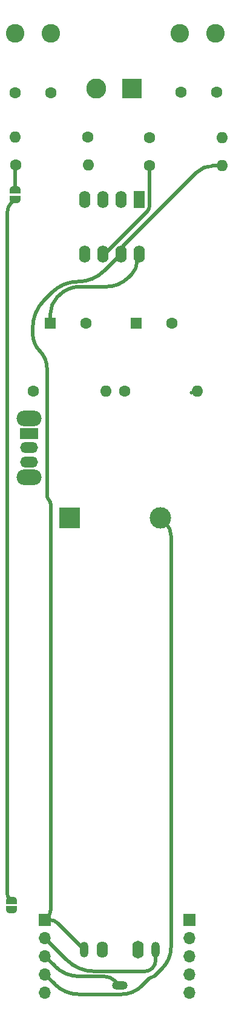
<source format=gbr>
%TF.GenerationSoftware,KiCad,Pcbnew,8.0.5*%
%TF.CreationDate,2025-02-18T01:30:18+08:00*%
%TF.ProjectId,troubleSeeker,74726f75-626c-4655-9365-656b65722e6b,rev?*%
%TF.SameCoordinates,Original*%
%TF.FileFunction,Copper,L2,Bot*%
%TF.FilePolarity,Positive*%
%FSLAX46Y46*%
G04 Gerber Fmt 4.6, Leading zero omitted, Abs format (unit mm)*
G04 Created by KiCad (PCBNEW 8.0.5) date 2025-02-18 01:30:18*
%MOMM*%
%LPD*%
G01*
G04 APERTURE LIST*
G04 Aperture macros list*
%AMFreePoly0*
4,1,19,0.500000,-0.750000,0.000000,-0.750000,0.000000,-0.744911,-0.071157,-0.744911,-0.207708,-0.704816,-0.327430,-0.627875,-0.420627,-0.520320,-0.479746,-0.390866,-0.500000,-0.250000,-0.500000,0.250000,-0.479746,0.390866,-0.420627,0.520320,-0.327430,0.627875,-0.207708,0.704816,-0.071157,0.744911,0.000000,0.744911,0.000000,0.750000,0.500000,0.750000,0.500000,-0.750000,0.500000,-0.750000,
$1*%
%AMFreePoly1*
4,1,19,0.000000,0.744911,0.071157,0.744911,0.207708,0.704816,0.327430,0.627875,0.420627,0.520320,0.479746,0.390866,0.500000,0.250000,0.500000,-0.250000,0.479746,-0.390866,0.420627,-0.520320,0.327430,-0.627875,0.207708,-0.704816,0.071157,-0.744911,0.000000,-0.744911,0.000000,-0.750000,-0.500000,-0.750000,-0.500000,0.750000,0.000000,0.750000,0.000000,0.744911,0.000000,0.744911,
$1*%
G04 Aperture macros list end*
%TA.AperFunction,ComponentPad*%
%ADD10R,1.700000X1.700000*%
%TD*%
%TA.AperFunction,ComponentPad*%
%ADD11O,1.700000X1.700000*%
%TD*%
%TA.AperFunction,ComponentPad*%
%ADD12C,2.600000*%
%TD*%
%TA.AperFunction,ComponentPad*%
%ADD13C,1.600000*%
%TD*%
%TA.AperFunction,ComponentPad*%
%ADD14O,1.600000X1.600000*%
%TD*%
%TA.AperFunction,ComponentPad*%
%ADD15R,2.800000X2.800000*%
%TD*%
%TA.AperFunction,ComponentPad*%
%ADD16C,2.800000*%
%TD*%
%TA.AperFunction,ComponentPad*%
%ADD17R,1.600000X1.600000*%
%TD*%
%TA.AperFunction,ComponentPad*%
%ADD18O,3.500000X2.200000*%
%TD*%
%TA.AperFunction,ComponentPad*%
%ADD19R,2.500000X1.500000*%
%TD*%
%TA.AperFunction,ComponentPad*%
%ADD20O,2.500000X1.500000*%
%TD*%
%TA.AperFunction,ComponentPad*%
%ADD21R,1.600000X2.400000*%
%TD*%
%TA.AperFunction,ComponentPad*%
%ADD22O,1.600000X2.400000*%
%TD*%
%TA.AperFunction,ComponentPad*%
%ADD23O,1.200000X2.200000*%
%TD*%
%TA.AperFunction,ComponentPad*%
%ADD24O,1.600000X2.300000*%
%TD*%
%TA.AperFunction,ComponentPad*%
%ADD25O,2.200000X1.200000*%
%TD*%
%TA.AperFunction,ComponentPad*%
%ADD26O,1.600000X2.500000*%
%TD*%
%TA.AperFunction,SMDPad,CuDef*%
%ADD27FreePoly0,90.000000*%
%TD*%
%TA.AperFunction,SMDPad,CuDef*%
%ADD28FreePoly1,90.000000*%
%TD*%
%TA.AperFunction,ComponentPad*%
%ADD29R,3.000000X3.000000*%
%TD*%
%TA.AperFunction,ComponentPad*%
%ADD30C,3.000000*%
%TD*%
%TA.AperFunction,Conductor*%
%ADD31C,0.500000*%
%TD*%
G04 APERTURE END LIST*
D10*
%TO.P,j_breakout2,1,Pin_1*%
%TO.N,unconnected-(j_breakout2-Pin_1-Pad1)*%
X153450000Y-167400000D03*
D11*
%TO.P,j_breakout2,2,Pin_2*%
%TO.N,unconnected-(j_breakout2-Pin_2-Pad2)*%
X153450000Y-169940000D03*
%TO.P,j_breakout2,3,Pin_3*%
%TO.N,unconnected-(j_breakout2-Pin_3-Pad3)*%
X153450000Y-172480000D03*
%TO.P,j_breakout2,4,Pin_4*%
%TO.N,unconnected-(j_breakout2-Pin_4-Pad4)*%
X153450000Y-175020000D03*
%TO.P,j_breakout2,5,Pin_5*%
%TO.N,unconnected-(j_breakout2-Pin_5-Pad5)*%
X153450000Y-177560000D03*
%TD*%
D10*
%TO.P,j_breakout1,1,Pin_1*%
%TO.N,AUDIO_R*%
X133200000Y-167400000D03*
D11*
%TO.P,j_breakout1,2,Pin_2*%
%TO.N,AUDIO_L*%
X133200000Y-169940000D03*
%TO.P,j_breakout1,3,Pin_3*%
%TO.N,VGND2*%
X133200000Y-172480000D03*
%TO.P,j_breakout1,4,Pin_4*%
%TO.N,-4.5V*%
X133200000Y-175020000D03*
%TO.P,j_breakout1,5,Pin_5*%
%TO.N,4.5V*%
X133200000Y-177560000D03*
%TD*%
D12*
%TO.P,L2,1,1*%
%TO.N,Net-(C5-Pad2)*%
X157100000Y-43650000D03*
%TO.P,L2,2,2*%
%TO.N,VGND2*%
X152100000Y-43650000D03*
%TD*%
D13*
%TO.P,R4,1*%
%TO.N,Net-(J1-Pin_2)*%
X129120000Y-62000000D03*
D14*
%TO.P,R4,2*%
%TO.N,AUDIO_L*%
X139280000Y-62000000D03*
%TD*%
D13*
%TO.P,R1,1*%
%TO.N,4.5V*%
X131594749Y-93594749D03*
D14*
%TO.P,R1,2*%
%TO.N,VGND2*%
X141754749Y-93594749D03*
%TD*%
D13*
%TO.P,R6,1*%
%TO.N,Net-(J1-Pin_1)*%
X147820000Y-62125000D03*
D14*
%TO.P,R6,2*%
%TO.N,AUDIO_R*%
X157980000Y-62125000D03*
%TD*%
D13*
%TO.P,R5,1*%
%TO.N,Net-(J1-Pin_1)*%
X147815000Y-58175000D03*
D14*
%TO.P,R5,2*%
%TO.N,Net-(C5-Pad1)*%
X157975000Y-58175000D03*
%TD*%
D13*
%TO.P,C5,1*%
%TO.N,Net-(C5-Pad1)*%
X152250000Y-51825000D03*
%TO.P,C5,2*%
%TO.N,Net-(C5-Pad2)*%
X157250000Y-51825000D03*
%TD*%
D15*
%TO.P,J1,1,Pin_1*%
%TO.N,Net-(J1-Pin_1)*%
X145400000Y-51355000D03*
D16*
%TO.P,J1,2,Pin_2*%
%TO.N,Net-(J1-Pin_2)*%
X140400000Y-51355000D03*
%TD*%
D13*
%TO.P,R2,1*%
%TO.N,VGND2*%
X144354749Y-93594749D03*
D14*
%TO.P,R2,2*%
%TO.N,-4.5V*%
X154514749Y-93594749D03*
%TD*%
D13*
%TO.P,R3,1*%
%TO.N,Net-(J1-Pin_2)*%
X139200000Y-58100000D03*
D14*
%TO.P,R3,2*%
%TO.N,Net-(C4-Pad1)*%
X129040000Y-58100000D03*
%TD*%
D13*
%TO.P,C4,1*%
%TO.N,Net-(C4-Pad1)*%
X129025000Y-51950000D03*
%TO.P,C4,2*%
%TO.N,Net-(C4-Pad2)*%
X134025000Y-51950000D03*
%TD*%
D17*
%TO.P,C2,1*%
%TO.N,VGND2*%
X145974749Y-84094749D03*
D13*
%TO.P,C2,2*%
%TO.N,-4.5V*%
X150974749Y-84094749D03*
%TD*%
D17*
%TO.P,C1,1*%
%TO.N,4.5V*%
X133974749Y-84094749D03*
D13*
%TO.P,C1,2*%
%TO.N,VGND2*%
X138974749Y-84094749D03*
%TD*%
D12*
%TO.P,L1,1,1*%
%TO.N,Net-(C4-Pad2)*%
X134025000Y-43650000D03*
%TO.P,L1,2,2*%
%TO.N,VGND2*%
X129025000Y-43650000D03*
%TD*%
D18*
%TO.P,SW1,*%
%TO.N,*%
X131000000Y-97400000D03*
X131000000Y-105600000D03*
D19*
%TO.P,SW1,1,A*%
%TO.N,unconnected-(SW1-A-Pad1)*%
X131000000Y-99500000D03*
D20*
%TO.P,SW1,2,B*%
%TO.N,Net-(BT1-+)*%
X131000000Y-101500000D03*
%TO.P,SW1,3,C*%
%TO.N,4.5V*%
X131000000Y-103500000D03*
%TD*%
D21*
%TO.P,U1,1*%
%TO.N,AUDIO_L*%
X146400000Y-66800000D03*
D22*
%TO.P,U1,2,-*%
%TO.N,Net-(J1-Pin_2)*%
X143860000Y-66800000D03*
%TO.P,U1,3,+*%
%TO.N,VGND2*%
X141320000Y-66800000D03*
%TO.P,U1,4,V-*%
%TO.N,-4.5V*%
X138780000Y-66800000D03*
%TO.P,U1,5,+*%
%TO.N,VGND2*%
X138780000Y-74420000D03*
%TO.P,U1,6,-*%
%TO.N,Net-(J1-Pin_1)*%
X141320000Y-74420000D03*
%TO.P,U1,7*%
%TO.N,AUDIO_R*%
X143860000Y-74420000D03*
%TO.P,U1,8,V+*%
%TO.N,4.5V*%
X146400000Y-74420000D03*
%TD*%
D23*
%TO.P,J2,R*%
%TO.N,AUDIO_R*%
X138700000Y-171600000D03*
D24*
%TO.P,J2,RN*%
%TO.N,unconnected-(J2-PadRN)*%
X141200000Y-171600000D03*
D25*
%TO.P,J2,S*%
%TO.N,VGND2*%
X143700000Y-176600000D03*
D23*
%TO.P,J2,T*%
%TO.N,AUDIO_L*%
X148700000Y-171600000D03*
D26*
%TO.P,J2,TN*%
%TO.N,unconnected-(J2-PadTN)*%
X146200000Y-171600000D03*
%TD*%
D27*
%TO.P,JP4,1,A*%
%TO.N,unconnected-(JP4-A-Pad1)*%
X128500000Y-166000000D03*
D28*
%TO.P,JP4,2,B*%
%TO.N,Net-(JP2-A)*%
X128500000Y-164700000D03*
%TD*%
D29*
%TO.P,BT1,1,+*%
%TO.N,Net-(BT1-+)*%
X136650000Y-111250000D03*
D30*
%TO.P,BT1,2,-*%
%TO.N,-4.5V*%
X149350000Y-111250000D03*
%TD*%
D27*
%TO.P,JP2,1,A*%
%TO.N,Net-(JP2-A)*%
X129000000Y-66800000D03*
D28*
%TO.P,JP2,2,B*%
%TO.N,Net-(J1-Pin_2)*%
X129000000Y-65500000D03*
%TD*%
D31*
%TO.N,VGND2*%
X143050000Y-175950000D02*
X143700000Y-176600000D01*
X134610000Y-173890000D02*
X133200000Y-172480000D01*
X138014041Y-175300000D02*
X141480761Y-175300000D01*
X134610000Y-173890000D02*
G75*
G03*
X138014041Y-175299954I3404000J3404100D01*
G01*
X143050000Y-175950000D02*
G75*
G03*
X141480761Y-175300016I-1569200J-1569200D01*
G01*
%TO.N,AUDIO_R*%
X134000000Y-166034314D02*
X134000000Y-109353553D01*
X144135771Y-73364228D02*
X154453993Y-63046006D01*
X131500000Y-85585786D02*
X131500000Y-84750000D01*
X133850000Y-167400000D02*
X133765685Y-167400000D01*
X141493208Y-76786791D02*
X143584228Y-74695771D01*
X133500000Y-108146446D02*
X133500000Y-90414213D01*
X156677500Y-62125000D02*
X157980000Y-62125000D01*
X134186791Y-79813208D02*
X133090990Y-80909009D01*
X134959619Y-167859619D02*
X138700000Y-171600000D01*
X143860000Y-74030000D02*
G75*
G02*
X143584220Y-74695763I-941500J0D01*
G01*
X134000000Y-166034314D02*
G75*
G02*
X133599996Y-166999996I-1365700J14D01*
G01*
X133750000Y-108750000D02*
G75*
G02*
X134000019Y-109353553I-603600J-603600D01*
G01*
X144135771Y-73364228D02*
G75*
G03*
X143859987Y-74030000I665729J-665772D01*
G01*
X133090990Y-80909009D02*
G75*
G03*
X131500005Y-84750000I3841010J-3840991D01*
G01*
X131500000Y-85585786D02*
G75*
G03*
X132499996Y-88000004I3414200J-14D01*
G01*
X134959619Y-167859619D02*
G75*
G03*
X133850000Y-167399989I-1109619J-1109581D01*
G01*
X156677500Y-62125000D02*
G75*
G03*
X154453996Y-63046009I0J-3144500D01*
G01*
X133500000Y-108146446D02*
G75*
G03*
X133749984Y-108750016I853500J-54D01*
G01*
X132500000Y-88000000D02*
G75*
G02*
X133499994Y-90414213I-2414200J-2414200D01*
G01*
X133600000Y-167000000D02*
G75*
G03*
X133765685Y-167400035I165700J-165700D01*
G01*
X141493208Y-76786791D02*
G75*
G02*
X137840000Y-78300004I-3653208J3653191D01*
G01*
X137840000Y-78300000D02*
G75*
G03*
X134186795Y-79813212I0J-5166400D01*
G01*
%TO.N,AUDIO_L*%
X140113963Y-174600000D02*
X147163603Y-174600000D01*
X148700000Y-173063603D02*
X148700000Y-171600000D01*
X136266207Y-173006207D02*
X133200000Y-169940000D01*
X136266207Y-173006207D02*
G75*
G03*
X140113963Y-174600011I3847793J3847807D01*
G01*
X148700000Y-173063603D02*
G75*
G02*
X148249999Y-174149999I-1536400J3D01*
G01*
X148250000Y-174150000D02*
G75*
G02*
X147163603Y-174600002I-1086400J1086400D01*
G01*
%TO.N,-4.5V*%
X150100000Y-112000000D02*
X149350000Y-111250000D01*
X146799999Y-176599999D02*
X147858578Y-175541421D01*
X148541421Y-175258578D02*
X149625000Y-174175000D01*
X143902943Y-177800000D02*
X137945756Y-177800000D01*
X150850000Y-171217588D02*
X150850000Y-113810660D01*
X134590000Y-176410000D02*
X133200000Y-175020000D01*
X154219749Y-93594749D02*
X154514749Y-93594749D01*
X150100000Y-112000000D02*
G75*
G02*
X150850016Y-113810660I-1810700J-1810700D01*
G01*
X148200000Y-175400000D02*
G75*
G03*
X147858587Y-175541430I0J-482800D01*
G01*
X154219749Y-93594749D02*
G75*
G03*
X153716137Y-93803330I-49J-712151D01*
G01*
X148541421Y-175258578D02*
G75*
G02*
X148200000Y-175399983I-341421J341478D01*
G01*
X146799999Y-176599999D02*
G75*
G02*
X143902943Y-177800017I-2897099J2897099D01*
G01*
X134590000Y-176410000D02*
G75*
G03*
X137945756Y-177800018I3355800J3355800D01*
G01*
X150850000Y-171217588D02*
G75*
G02*
X149625003Y-174175003I-4182400J-12D01*
G01*
%TO.N,4.5V*%
X145364608Y-77235391D02*
X144850000Y-77750000D01*
X134918558Y-80481440D02*
X135187374Y-80212625D01*
X133974749Y-82760000D02*
X133974749Y-84094749D01*
X138114911Y-79000000D02*
X141832233Y-79000000D01*
X146100000Y-75460000D02*
X146100000Y-74420000D01*
X134918558Y-80481440D02*
G75*
G03*
X133974742Y-82760000I2278542J-2278560D01*
G01*
X144850000Y-77750000D02*
G75*
G02*
X141832233Y-79000014I-3017800J3017800D01*
G01*
X138114911Y-79000000D02*
G75*
G03*
X135187361Y-80212612I-11J-4140200D01*
G01*
X146100000Y-75460000D02*
G75*
G02*
X145364612Y-77235395I-2510800J0D01*
G01*
%TO.N,Net-(J1-Pin_1)*%
X147820000Y-67786706D02*
X147820000Y-62125000D01*
X141450000Y-74420000D02*
X141320000Y-74420000D01*
X147541900Y-68458099D02*
X141671923Y-74328076D01*
X141671923Y-74328076D02*
G75*
G02*
X141450000Y-74419984I-221923J221976D01*
G01*
X147820000Y-67786706D02*
G75*
G02*
X147541898Y-68458097I-949500J6D01*
G01*
%TO.N,Net-(J1-Pin_2)*%
X129000000Y-65500000D02*
X129000000Y-62120000D01*
%TO.N,Net-(JP2-A)*%
X128225000Y-164425000D02*
X128500000Y-164700000D01*
X128475000Y-67325000D02*
X129000000Y-66800000D01*
X127950000Y-68592462D02*
X127950000Y-163761091D01*
X128475000Y-67325000D02*
G75*
G03*
X127949984Y-68592462I1267500J-1267500D01*
G01*
X127950000Y-163761091D02*
G75*
G03*
X128224997Y-164425003I938900J-9D01*
G01*
%TD*%
M02*

</source>
